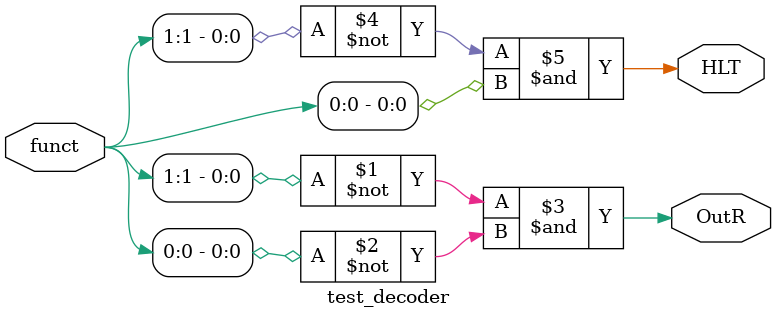
<source format=v>
module test_decoder(
    input [1:0] funct,
    output OutR, HLT
    );
assign OutR = ~funct[1] & ~funct[0];
assign HLT = ~funct[1] & funct[0];
endmodule

</source>
